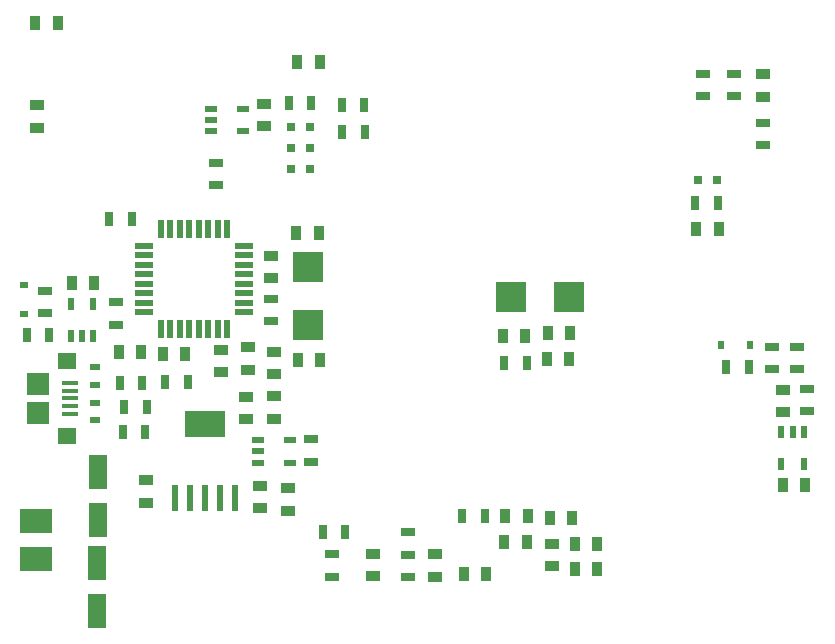
<source format=gtp>
G04*
G04 #@! TF.GenerationSoftware,Altium Limited,Altium Designer,20.0.10 (225)*
G04*
G04 Layer_Color=65535*
%FSLAX44Y44*%
%MOMM*%
G71*
G01*
G75*
%ADD19R,1.3000X0.7000*%
%ADD20R,0.7000X1.3000*%
%ADD21R,0.6858X0.5588*%
%ADD22R,0.5588X0.6858*%
%ADD23R,1.6000X1.4000*%
%ADD24R,1.9000X1.9000*%
%ADD25R,1.9000X1.9000*%
%ADD26R,1.3500X0.4000*%
%ADD27R,3.5000X2.2000*%
%ADD28R,0.6000X2.2000*%
%ADD29R,2.5000X2.6000*%
%ADD30R,2.6000X2.5000*%
%ADD31R,1.3000X0.9000*%
%ADD32R,0.9000X1.3000*%
%ADD33R,1.0000X0.5500*%
%ADD34R,0.5500X1.0000*%
%ADD35R,1.6000X3.0000*%
%ADD36R,0.8000X0.8000*%
%ADD37R,2.7000X2.0000*%
%ADD38R,0.5500X1.5000*%
%ADD39R,1.5000X0.5500*%
%ADD40R,0.9000X0.6000*%
D19*
X172400Y398300D02*
D03*
Y379300D02*
D03*
X88000Y261500D02*
D03*
Y280500D02*
D03*
X218900Y264400D02*
D03*
Y283400D02*
D03*
X611000Y474000D02*
D03*
Y455000D02*
D03*
X584750Y455000D02*
D03*
Y474000D02*
D03*
X636000Y432500D02*
D03*
Y413500D02*
D03*
X673300Y207200D02*
D03*
Y188200D02*
D03*
X27789Y271018D02*
D03*
Y290018D02*
D03*
X664700Y223800D02*
D03*
Y242800D02*
D03*
X271000Y67000D02*
D03*
Y48000D02*
D03*
X253000Y164500D02*
D03*
Y145500D02*
D03*
X643100Y223800D02*
D03*
Y242800D02*
D03*
X335300Y85600D02*
D03*
Y66600D02*
D03*
X335100Y47600D02*
D03*
Y66600D02*
D03*
D20*
X298000Y447750D02*
D03*
X279000D02*
D03*
X298500Y424250D02*
D03*
X279500D02*
D03*
X101250Y351000D02*
D03*
X82250D02*
D03*
X110300Y211900D02*
D03*
X91300D02*
D03*
X94700Y192000D02*
D03*
X113700D02*
D03*
X112500Y170500D02*
D03*
X93500D02*
D03*
X400000Y99000D02*
D03*
X381000D02*
D03*
X623500Y225800D02*
D03*
X604500D02*
D03*
X253300Y449100D02*
D03*
X234300D02*
D03*
X416500Y229000D02*
D03*
X435500D02*
D03*
X597250Y364250D02*
D03*
X578250D02*
D03*
X12500Y253000D02*
D03*
X31500D02*
D03*
X282100Y86200D02*
D03*
X263100D02*
D03*
X148700Y213200D02*
D03*
X129700D02*
D03*
D21*
X10000Y270808D02*
D03*
Y295192D02*
D03*
D22*
X600210Y244300D02*
D03*
X624594D02*
D03*
D23*
X46500Y167000D02*
D03*
Y231000D02*
D03*
D24*
X22000Y187000D02*
D03*
D25*
Y211000D02*
D03*
D26*
X48750Y212000D02*
D03*
Y205500D02*
D03*
Y199000D02*
D03*
Y192500D02*
D03*
Y186000D02*
D03*
D27*
X163000Y177000D02*
D03*
D28*
X188400Y115000D02*
D03*
X175700D02*
D03*
X163000D02*
D03*
X150300D02*
D03*
X137600D02*
D03*
D29*
X471100Y284950D02*
D03*
X422100D02*
D03*
D30*
X250500Y261100D02*
D03*
Y310100D02*
D03*
D31*
X221400Y238600D02*
D03*
Y219600D02*
D03*
X113000Y129500D02*
D03*
Y110500D02*
D03*
X210000Y125000D02*
D03*
Y106000D02*
D03*
X199700Y242100D02*
D03*
Y223100D02*
D03*
X219000Y319500D02*
D03*
Y300500D02*
D03*
X176400Y239900D02*
D03*
Y220900D02*
D03*
X21000Y428000D02*
D03*
Y447000D02*
D03*
X636000Y473500D02*
D03*
Y454500D02*
D03*
X305800Y48200D02*
D03*
Y67200D02*
D03*
X358000Y48000D02*
D03*
Y67000D02*
D03*
X213000Y448500D02*
D03*
Y429500D02*
D03*
X221900Y181700D02*
D03*
Y200700D02*
D03*
X652200Y206200D02*
D03*
Y187200D02*
D03*
X233200Y104000D02*
D03*
Y123000D02*
D03*
X198100Y200500D02*
D03*
Y181500D02*
D03*
X456600Y76000D02*
D03*
Y57000D02*
D03*
D32*
X476300Y76000D02*
D03*
X495300D02*
D03*
X260500Y484000D02*
D03*
X241500D02*
D03*
X416500Y77000D02*
D03*
X435500D02*
D03*
X598000Y342000D02*
D03*
X579000D02*
D03*
X127300Y236700D02*
D03*
X146300D02*
D03*
X240500Y339000D02*
D03*
X259500D02*
D03*
X241700Y231800D02*
D03*
X260700D02*
D03*
X382500Y50000D02*
D03*
X401500D02*
D03*
X19500Y517000D02*
D03*
X38500D02*
D03*
X471800Y232700D02*
D03*
X452800D02*
D03*
X436500Y99000D02*
D03*
X417500D02*
D03*
X455300Y97300D02*
D03*
X474300D02*
D03*
X434500Y252000D02*
D03*
X415500D02*
D03*
X453400Y254200D02*
D03*
X472400D02*
D03*
X652486Y125414D02*
D03*
X671486D02*
D03*
X50400Y297000D02*
D03*
X69400D02*
D03*
X90000Y238400D02*
D03*
X109000D02*
D03*
X495500Y54500D02*
D03*
X476500D02*
D03*
D33*
X168500Y444000D02*
D03*
Y434500D02*
D03*
Y425000D02*
D03*
X195500Y444000D02*
D03*
Y425000D02*
D03*
X208500Y163500D02*
D03*
Y154000D02*
D03*
Y144500D02*
D03*
X235500Y163500D02*
D03*
Y144500D02*
D03*
D34*
X49688Y252062D02*
D03*
X59188D02*
D03*
X68688D02*
D03*
X49688Y279062D02*
D03*
X68688D02*
D03*
X670300Y170300D02*
D03*
X660800D02*
D03*
X651300D02*
D03*
X670300Y143300D02*
D03*
X651300D02*
D03*
D35*
X73000Y96000D02*
D03*
Y137000D02*
D03*
X72000Y60000D02*
D03*
Y19000D02*
D03*
D36*
X581000Y384250D02*
D03*
X597000D02*
D03*
X236000Y429000D02*
D03*
X252000D02*
D03*
X236000Y411000D02*
D03*
X252000D02*
D03*
X236000Y393000D02*
D03*
X252000D02*
D03*
D37*
X20000Y63000D02*
D03*
Y95000D02*
D03*
D38*
X182000Y258000D02*
D03*
X174000D02*
D03*
X166000D02*
D03*
X158000D02*
D03*
X150000D02*
D03*
X142000D02*
D03*
X134000D02*
D03*
X126000D02*
D03*
Y342000D02*
D03*
X134000D02*
D03*
X142000D02*
D03*
X150000D02*
D03*
X158000D02*
D03*
X166000D02*
D03*
X174000D02*
D03*
X182000D02*
D03*
D39*
X112000Y272000D02*
D03*
Y280000D02*
D03*
Y288000D02*
D03*
Y296000D02*
D03*
Y304000D02*
D03*
Y312000D02*
D03*
Y320000D02*
D03*
Y328000D02*
D03*
X196000D02*
D03*
Y320000D02*
D03*
Y312000D02*
D03*
Y304000D02*
D03*
Y296000D02*
D03*
Y288000D02*
D03*
Y280000D02*
D03*
Y272000D02*
D03*
D40*
X70300Y225500D02*
D03*
Y210500D02*
D03*
X70500Y180300D02*
D03*
Y195300D02*
D03*
M02*

</source>
